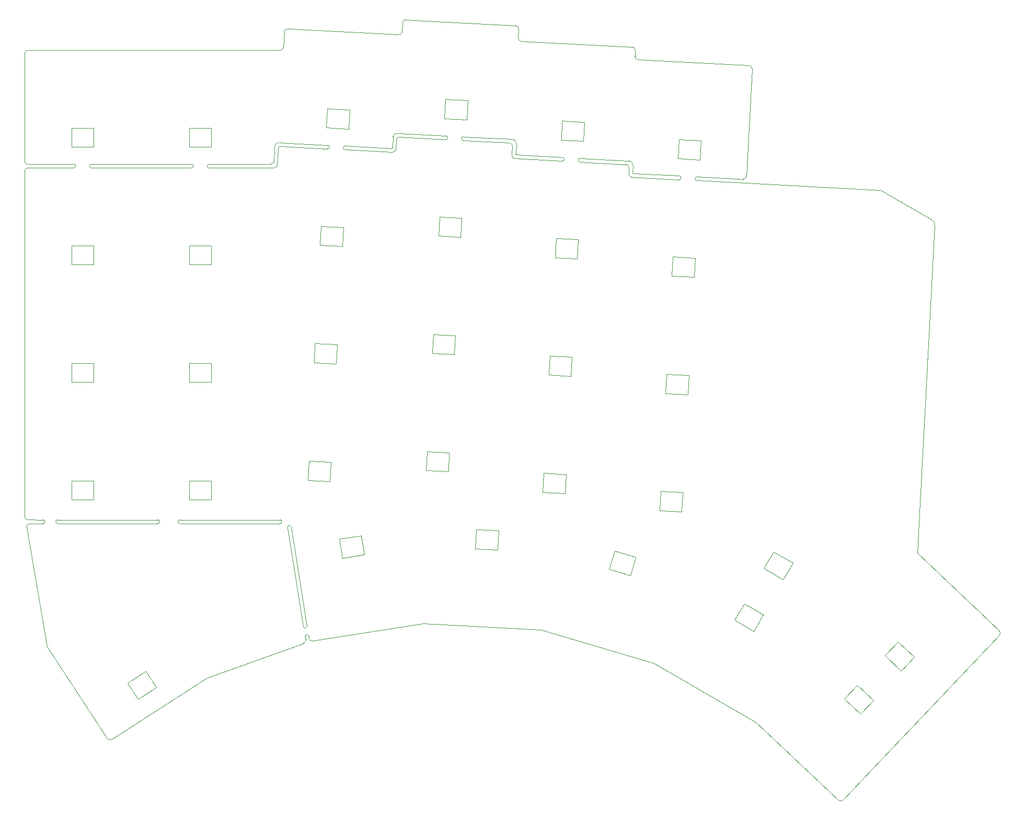
<source format=gm1>
G04 #@! TF.GenerationSoftware,KiCad,Pcbnew,(5.1.12-1-10_14)*
G04 #@! TF.CreationDate,2021-12-17T12:39:00+00:00*
G04 #@! TF.ProjectId,avalanche-hotswap,6176616c-616e-4636-9865-2d686f747377,rev?*
G04 #@! TF.SameCoordinates,Original*
G04 #@! TF.FileFunction,Profile,NP*
%FSLAX46Y46*%
G04 Gerber Fmt 4.6, Leading zero omitted, Abs format (unit mm)*
G04 Created by KiCad (PCBNEW (5.1.12-1-10_14)) date 2021-12-17 12:39:00*
%MOMM*%
%LPD*%
G01*
G04 APERTURE LIST*
G04 #@! TA.AperFunction,Profile*
%ADD10C,0.050000*%
G04 #@! TD*
G04 #@! TA.AperFunction,Profile*
%ADD11C,0.120000*%
G04 #@! TD*
G04 APERTURE END LIST*
D10*
X81470500Y-107340400D02*
X83649726Y-107339923D01*
X81135220Y-106738401D02*
X83649731Y-106739927D01*
X81135220Y-106738400D02*
G75*
G02*
X80639920Y-106235500I5080J500360D01*
G01*
X80952245Y-107942400D02*
G75*
G02*
X81470500Y-107340400I487775J104160D01*
G01*
X83649730Y-106739933D02*
G75*
G02*
X83649726Y-107339923I27J-299995D01*
G01*
X126725512Y-125973840D02*
X126661354Y-125597619D01*
X127320115Y-126381339D02*
G75*
G02*
X126725512Y-125973840I-106755J481786D01*
G01*
X126142045Y-126166760D02*
X126068744Y-125691474D01*
X126142045Y-126166760D02*
G75*
G02*
X125821277Y-126740464I-488077J-103633D01*
G01*
X126068749Y-125691474D02*
G75*
G02*
X126661354Y-125597619I296298J46956D01*
G01*
X125115452Y-115927668D02*
X126385260Y-123946019D01*
X126385262Y-123945989D02*
G75*
G02*
X125792662Y-124039880I-296295J-46974D01*
G01*
X124502502Y-115893124D02*
X123254424Y-108013074D01*
X125115452Y-115927668D02*
X123847034Y-107919219D01*
X123254429Y-108013074D02*
G75*
G02*
X123847034Y-107919219I296298J46956D01*
G01*
X124502502Y-115893124D02*
X125792662Y-124039880D01*
X113895451Y-107339927D02*
X105777177Y-107339756D01*
X105777205Y-107339762D02*
G75*
G02*
X105777175Y-106739770I-44J299996D01*
G01*
X114025455Y-106739927D02*
X122003731Y-106739927D01*
X113895451Y-107339927D02*
X122003726Y-107339923D01*
X122003730Y-106739933D02*
G75*
G02*
X122003726Y-107339923I27J-299995D01*
G01*
X114025455Y-106739927D02*
X105777175Y-106739770D01*
X94213455Y-106739927D02*
X102191731Y-106739927D01*
X94083451Y-107339927D02*
X102191726Y-107339923D01*
X102191730Y-106739933D02*
G75*
G02*
X102191726Y-107339923I27J-299995D01*
G01*
X94083451Y-107339927D02*
X85965177Y-107339756D01*
X94213455Y-106739927D02*
X85965175Y-106739770D01*
X85965205Y-107339762D02*
G75*
G02*
X85965175Y-106739770I-44J299996D01*
G01*
X80634927Y-88727146D02*
X80624766Y-73023681D01*
X110152180Y-132318760D02*
X125821277Y-126740464D01*
X84312175Y-127235497D02*
X80952245Y-107942400D01*
X238518168Y-124740020D02*
G75*
G02*
X238536675Y-125446891I-344182J-362689D01*
G01*
X213172119Y-152172944D02*
G75*
G02*
X212465253Y-152191458I-362690J344176D01*
G01*
X121030228Y-49741733D02*
X120869853Y-49750506D01*
X120485319Y-49142393D02*
X120359851Y-49150507D01*
X94724924Y-142341209D02*
G75*
G02*
X94033272Y-142194189I-272316J419336D01*
G01*
X80639856Y-31195211D02*
G75*
G02*
X81139852Y-30695209I499999J3D01*
G01*
X81139845Y-49150506D02*
G75*
G02*
X80639856Y-48650509I4J499993D01*
G01*
X91451605Y-49750342D02*
G75*
G02*
X91451575Y-49150350I-44J299996D01*
G01*
X99699855Y-49150507D02*
X91451575Y-49150350D01*
X99569851Y-49750507D02*
X91451577Y-49750336D01*
X88628133Y-49150509D02*
G75*
G02*
X88628129Y-49750503I27J-299997D01*
G01*
X81128128Y-49750510D02*
X88628129Y-49750503D01*
X81139853Y-49150506D02*
X88628132Y-49150506D01*
X80628123Y-50250513D02*
G75*
G02*
X81128128Y-49750510I500004J-1D01*
G01*
X110503128Y-49150508D02*
X120359851Y-49150507D01*
X110503123Y-49750505D02*
X120869853Y-49750506D01*
X110503128Y-49750506D02*
G75*
G02*
X110503128Y-49150508I0J299999D01*
G01*
X107678130Y-49150513D02*
G75*
G02*
X107678126Y-49750503I27J-299995D01*
G01*
X99569851Y-49750507D02*
X107678126Y-49750503D01*
X99699855Y-49150507D02*
X107678131Y-49150507D01*
X121555716Y-49268585D02*
G75*
G02*
X121030228Y-49741733I-499318J26170D01*
G01*
X121010802Y-48669240D02*
G75*
G02*
X120485319Y-49142393I-499318J26165D01*
G01*
X122022587Y-30700825D02*
X121598380Y-30692643D01*
X122548064Y-30227680D02*
G75*
G02*
X122022587Y-30700825I-499311J26166D01*
G01*
X197979048Y-33139417D02*
G75*
G02*
X198452202Y-33664899I-26164J-499318D01*
G01*
X179953788Y-32194752D02*
G75*
G02*
X179480644Y-31669274I26167J499311D01*
G01*
X179059833Y-30145167D02*
G75*
G02*
X179532976Y-30670648I-26169J-499312D01*
G01*
X161034574Y-29200499D02*
G75*
G02*
X160561427Y-28675018I26167J499314D01*
G01*
X160166778Y-26651585D02*
G75*
G02*
X160639929Y-27177070I-26167J-499318D01*
G01*
X141835736Y-26191587D02*
G75*
G02*
X142361217Y-25718442I499313J-26168D01*
G01*
X141757224Y-27689522D02*
G75*
G02*
X141231752Y-28162676I-499313J26159D01*
G01*
X122680999Y-27691164D02*
G75*
G02*
X123206483Y-27218012I499318J-26166D01*
G01*
X178956791Y-51218641D02*
G75*
G02*
X178483653Y-50693167I26168J499306D01*
G01*
X140096377Y-46578498D02*
G75*
G03*
X140201477Y-46483868I5236J99864D01*
G01*
X140770210Y-46713946D02*
G75*
G02*
X140244734Y-47187084I-499307J26169D01*
G01*
X160037571Y-48224387D02*
G75*
G02*
X159564424Y-47698910I26165J499312D01*
G01*
X197538936Y-51091008D02*
G75*
G02*
X197013458Y-51564152I-499311J26167D01*
G01*
X197013458Y-51564152D02*
X189523724Y-51171642D01*
X189492330Y-51770796D02*
G75*
G02*
X189523724Y-51171642I15716J299576D01*
G01*
X189492333Y-51770795D02*
X197481367Y-52189482D01*
X186702604Y-51023780D02*
X179187916Y-50629960D01*
X179093292Y-50524858D02*
G75*
G03*
X179187916Y-50629960I99862J-5240D01*
G01*
X186671200Y-51622960D02*
X178956788Y-51218646D01*
X186671196Y-51622970D02*
G75*
G03*
X186702604Y-51023780I15704J299595D01*
G01*
X178483653Y-50693167D02*
X178535980Y-49694540D01*
X178543617Y-48593446D02*
X170604507Y-48177381D01*
X170573114Y-48776534D02*
X178062833Y-49169056D01*
X178543618Y-48593434D02*
G75*
G02*
X179158710Y-49276552I-34013J-649105D01*
G01*
X170573101Y-48776533D02*
G75*
G02*
X170604507Y-48177381I15722J299575D01*
G01*
X179093285Y-50524859D02*
X179158710Y-49276552D01*
X178062834Y-49169064D02*
G75*
G02*
X178535980Y-49694540I-26165J-499311D01*
G01*
X160174069Y-47530583D02*
G75*
G03*
X160268694Y-47635680I99860J-5237D01*
G01*
X167783384Y-48029508D02*
X160268694Y-47635680D01*
X167751988Y-48628684D02*
X160037573Y-48224393D01*
X167751992Y-48628684D02*
G75*
G03*
X167783384Y-48029508I15696J299588D01*
G01*
X159564424Y-47698910D02*
X159642927Y-46200966D01*
X160174066Y-47530587D02*
X160265656Y-45782977D01*
X121688991Y-46715309D02*
G75*
G02*
X122214480Y-46242164I499317J-26172D01*
G01*
X121821462Y-45620744D02*
X129735603Y-46035508D01*
X122214480Y-46242164D02*
X129704197Y-46634690D01*
X121138335Y-46235824D02*
G75*
G02*
X121821462Y-45620744I649108J-34028D01*
G01*
X129735605Y-46035509D02*
G75*
G02*
X129704197Y-46634690I-15675J-299592D01*
G01*
X132525322Y-46782530D02*
G75*
G02*
X132556734Y-46183362I15706J299584D01*
G01*
X159169783Y-45675480D02*
G75*
G02*
X159642927Y-46200966I-26171J-499315D01*
G01*
X140843727Y-45215733D02*
G75*
G02*
X141369214Y-44742590I499315J-26172D01*
G01*
X227561933Y-58116724D02*
G75*
G02*
X228048862Y-58989702I-508894J-856138D01*
G01*
X225318602Y-112213719D02*
X225268108Y-112049959D01*
X225318602Y-112213719D02*
X238518164Y-124740023D01*
X219228408Y-53329189D02*
X219296654Y-53343490D01*
X219296654Y-53343490D02*
X227561938Y-58116730D01*
X145239310Y-123553738D02*
X127320115Y-126381339D01*
X117741280Y-30695276D02*
X121598380Y-30692643D01*
X238536675Y-125446891D02*
X213172119Y-152172945D01*
X228048862Y-58989702D02*
X225268108Y-112049959D01*
X219228408Y-53329189D02*
X197481367Y-52189482D01*
X110152180Y-132318760D02*
X94724929Y-142341211D01*
X164271546Y-124547101D02*
X182574962Y-129973245D01*
X164271546Y-124547101D02*
X145239310Y-123553738D01*
X182574962Y-129973245D02*
X199107924Y-139509011D01*
X199107924Y-139509011D02*
X212465253Y-152191458D01*
X148890332Y-44535931D02*
G75*
G02*
X148858930Y-45135114I-15672J-299593D01*
G01*
X151680059Y-45282963D02*
G75*
G02*
X151711449Y-44683807I15714J299577D01*
G01*
X159650566Y-45099867D02*
G75*
G02*
X160265656Y-45782977I-34010J-649100D01*
G01*
X140293067Y-44736256D02*
G75*
G02*
X140976193Y-44121173I649109J-34026D01*
G01*
X80634927Y-88727146D02*
X80639920Y-106235500D01*
X94033272Y-142194189D02*
X84312175Y-127235497D01*
X80628120Y-50250501D02*
X80624766Y-73023681D01*
X141835734Y-26191586D02*
X141757233Y-27689530D01*
X160166781Y-26651589D02*
X142361217Y-25718442D01*
X160561427Y-28675018D02*
X160639928Y-27177068D01*
X179059833Y-30145158D02*
X161034566Y-29200499D01*
X179480644Y-31669274D02*
X179532976Y-30670648D01*
X197979051Y-33139418D02*
X179953790Y-32194757D01*
X197538933Y-51091008D02*
X198452202Y-33664899D01*
X151680060Y-45282964D02*
X159169783Y-45675479D01*
X159650561Y-45099869D02*
X151711449Y-44683807D01*
X123206483Y-27218012D02*
X141231752Y-28162676D01*
X122548069Y-30227676D02*
X122681003Y-27691158D01*
X81139852Y-30695209D02*
X117741280Y-30695276D01*
X80639856Y-48650509D02*
X80639853Y-31195210D01*
X141369214Y-44742590D02*
X148858930Y-45135114D01*
X140770221Y-46713943D02*
X140843723Y-45215741D01*
X132525327Y-46782532D02*
X140244734Y-47187084D01*
X140976193Y-44121173D02*
X148890337Y-44535925D01*
X140201477Y-46483868D02*
X140293068Y-44736256D01*
X132556734Y-46183362D02*
X140096374Y-46578496D01*
X121688997Y-46715314D02*
X121555704Y-49268586D01*
X121138334Y-46235832D02*
X121010806Y-48669249D01*
D11*
X145821608Y-95659409D02*
X145659366Y-98755161D01*
X145659366Y-98755161D02*
X149254432Y-98943571D01*
X149254432Y-98943571D02*
X149416674Y-95847819D01*
X149416674Y-95847819D02*
X145821608Y-95659409D01*
X110891269Y-81355259D02*
X107291269Y-81355259D01*
X110891269Y-84455259D02*
X110891269Y-81355259D01*
X107291269Y-84455259D02*
X110891269Y-84455259D01*
X107291269Y-81355259D02*
X107291269Y-84455259D01*
X201936007Y-111917331D02*
X200386007Y-114602009D01*
X200386007Y-114602009D02*
X203503699Y-116402009D01*
X203503699Y-116402009D02*
X205053699Y-113717331D01*
X205053699Y-113717331D02*
X201936007Y-111917331D01*
X131601729Y-109859172D02*
X132086675Y-112921006D01*
X132086675Y-112921006D02*
X135642353Y-112357842D01*
X135642353Y-112357842D02*
X135157407Y-109296008D01*
X135157407Y-109296008D02*
X131601729Y-109859172D01*
X185625307Y-64149398D02*
X185463065Y-67245150D01*
X185463065Y-67245150D02*
X189058131Y-67433560D01*
X189058131Y-67433560D02*
X189220373Y-64337808D01*
X189220373Y-64337808D02*
X185625307Y-64149398D01*
X97284988Y-133226198D02*
X98973369Y-135826077D01*
X98973369Y-135826077D02*
X101992584Y-133865376D01*
X101992584Y-133865376D02*
X100304203Y-131265497D01*
X100304203Y-131265497D02*
X97284988Y-133226198D01*
X91841279Y-100405249D02*
X88241279Y-100405249D01*
X91841279Y-103505249D02*
X91841279Y-100405249D01*
X88241279Y-103505249D02*
X91841279Y-103505249D01*
X88241279Y-100405249D02*
X88241279Y-103505249D01*
X91841265Y-81355254D02*
X88241265Y-81355254D01*
X91841265Y-84455254D02*
X91841265Y-81355254D01*
X88241265Y-84455254D02*
X91841265Y-84455254D01*
X88241265Y-81355254D02*
X88241265Y-84455254D01*
X91841244Y-62305245D02*
X88241244Y-62305245D01*
X91841244Y-65405245D02*
X91841244Y-62305245D01*
X88241244Y-65405245D02*
X91841244Y-65405245D01*
X88241244Y-62305245D02*
X88241244Y-65405245D01*
X91841291Y-43255255D02*
X88241291Y-43255255D01*
X91841291Y-46355255D02*
X91841291Y-43255255D01*
X88241291Y-46355255D02*
X91841291Y-46355255D01*
X88241291Y-43255255D02*
X88241291Y-46355255D01*
X110891266Y-43255254D02*
X107291266Y-43255254D01*
X110891266Y-46355254D02*
X110891266Y-43255254D01*
X107291266Y-46355254D02*
X110891266Y-46355254D01*
X107291266Y-43255254D02*
X107291266Y-46355254D01*
X110891269Y-62305231D02*
X107291269Y-62305231D01*
X110891269Y-65405231D02*
X110891269Y-62305231D01*
X107291269Y-65405231D02*
X110891269Y-65405231D01*
X107291269Y-62305231D02*
X107291269Y-65405231D01*
X110891286Y-100405273D02*
X107291286Y-100405273D01*
X110891286Y-103505273D02*
X110891286Y-100405273D01*
X107291286Y-103505273D02*
X110891286Y-103505273D01*
X107291286Y-100405273D02*
X107291286Y-103505273D01*
X126664272Y-97208962D02*
X126502030Y-100304714D01*
X126502030Y-100304714D02*
X130097096Y-100493124D01*
X130097096Y-100493124D02*
X130259338Y-97397372D01*
X130259338Y-97397372D02*
X126664272Y-97208962D01*
X127661262Y-78185055D02*
X127499020Y-81280807D01*
X127499020Y-81280807D02*
X131094086Y-81469217D01*
X131094086Y-81469217D02*
X131256328Y-78373465D01*
X131256328Y-78373465D02*
X127661262Y-78185055D01*
X128658273Y-59161131D02*
X128496031Y-62256883D01*
X128496031Y-62256883D02*
X132091097Y-62445293D01*
X132091097Y-62445293D02*
X132253339Y-59349541D01*
X132253339Y-59349541D02*
X128658273Y-59161131D01*
X129655280Y-40137275D02*
X129493038Y-43233027D01*
X129493038Y-43233027D02*
X133088104Y-43421437D01*
X133088104Y-43421437D02*
X133250346Y-40325685D01*
X133250346Y-40325685D02*
X129655280Y-40137275D01*
X148810016Y-38637700D02*
X148647774Y-41733452D01*
X148647774Y-41733452D02*
X152242840Y-41921862D01*
X152242840Y-41921862D02*
X152405082Y-38826110D01*
X152405082Y-38826110D02*
X148810016Y-38637700D01*
X147812979Y-57661586D02*
X147650737Y-60757338D01*
X147650737Y-60757338D02*
X151245803Y-60945748D01*
X151245803Y-60945748D02*
X151408045Y-57849996D01*
X151408045Y-57849996D02*
X147812979Y-57661586D01*
X146816007Y-76685477D02*
X146653765Y-79781229D01*
X146653765Y-79781229D02*
X150248831Y-79969639D01*
X150248831Y-79969639D02*
X150411073Y-76873887D01*
X150411073Y-76873887D02*
X146816007Y-76685477D01*
X153789883Y-108328100D02*
X153627641Y-111423852D01*
X153627641Y-111423852D02*
X157222707Y-111612262D01*
X157222707Y-111612262D02*
X157384949Y-108516510D01*
X157384949Y-108516510D02*
X153789883Y-108328100D01*
X176181621Y-111753640D02*
X175301174Y-114725981D01*
X175301174Y-114725981D02*
X178752925Y-115748436D01*
X178752925Y-115748436D02*
X179633372Y-112776095D01*
X179633372Y-112776095D02*
X176181621Y-111753640D01*
X164712093Y-99202924D02*
X164549851Y-102298676D01*
X164549851Y-102298676D02*
X168144917Y-102487086D01*
X168144917Y-102487086D02*
X168307159Y-99391334D01*
X168307159Y-99391334D02*
X164712093Y-99202924D01*
X165709074Y-80179033D02*
X165546832Y-83274785D01*
X165546832Y-83274785D02*
X169141898Y-83463195D01*
X169141898Y-83463195D02*
X169304140Y-80367443D01*
X169304140Y-80367443D02*
X165709074Y-80179033D01*
X166706054Y-61155161D02*
X166543812Y-64250913D01*
X166543812Y-64250913D02*
X170138878Y-64439323D01*
X170138878Y-64439323D02*
X170301120Y-61343571D01*
X170301120Y-61343571D02*
X166706054Y-61155161D01*
X167703059Y-42131256D02*
X167540817Y-45227008D01*
X167540817Y-45227008D02*
X171135883Y-45415418D01*
X171135883Y-45415418D02*
X171298125Y-42319666D01*
X171298125Y-42319666D02*
X167703059Y-42131256D01*
X186622292Y-45125526D02*
X186460050Y-48221278D01*
X186460050Y-48221278D02*
X190055116Y-48409688D01*
X190055116Y-48409688D02*
X190217358Y-45313936D01*
X190217358Y-45313936D02*
X186622292Y-45125526D01*
X184628291Y-83173292D02*
X184466049Y-86269044D01*
X184466049Y-86269044D02*
X188061115Y-86457454D01*
X188061115Y-86457454D02*
X188223357Y-83361702D01*
X188223357Y-83361702D02*
X184628291Y-83173292D01*
X222123616Y-126484534D02*
X219989717Y-128733195D01*
X219989717Y-128733195D02*
X222601064Y-131211272D01*
X222601064Y-131211272D02*
X224734963Y-128962611D01*
X224734963Y-128962611D02*
X222123616Y-126484534D01*
X197173520Y-120307869D02*
X195623520Y-122992547D01*
X195623520Y-122992547D02*
X198741212Y-124792547D01*
X198741212Y-124792547D02*
X200291212Y-122107869D01*
X200291212Y-122107869D02*
X197173520Y-120307869D01*
X215521555Y-133497833D02*
X213387656Y-135746494D01*
X213387656Y-135746494D02*
X215999003Y-138224571D01*
X215999003Y-138224571D02*
X218132902Y-135975910D01*
X218132902Y-135975910D02*
X215521555Y-133497833D01*
X183633914Y-102147272D02*
X183471672Y-105243024D01*
X183471672Y-105243024D02*
X187066738Y-105431434D01*
X187066738Y-105431434D02*
X187228980Y-102335682D01*
X187228980Y-102335682D02*
X183633914Y-102147272D01*
M02*

</source>
